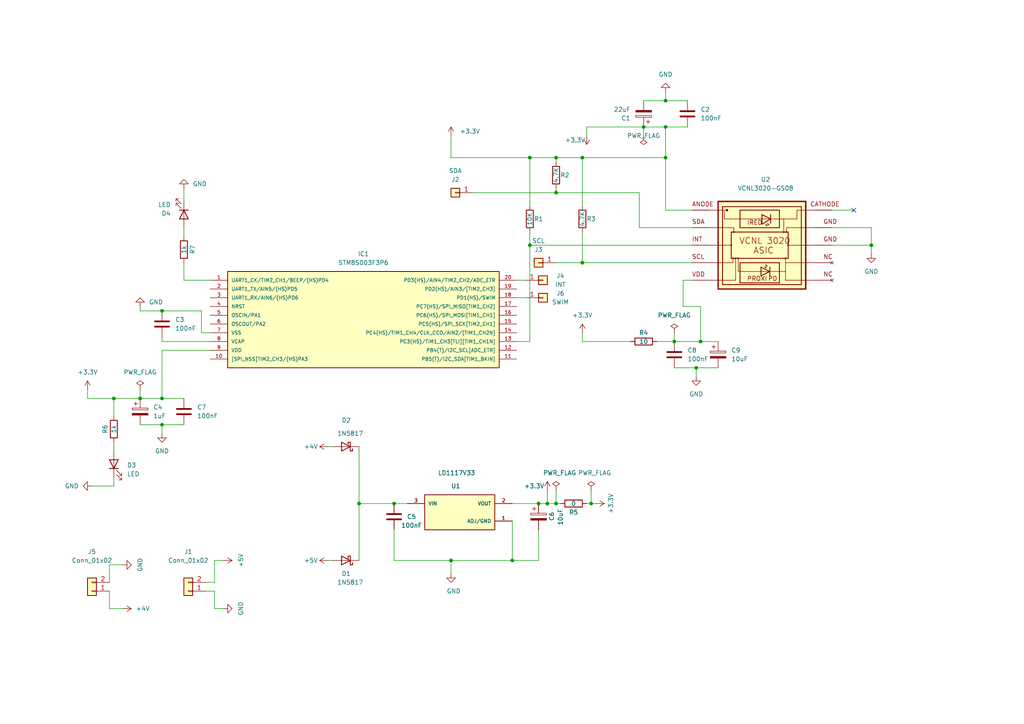
<source format=kicad_sch>
(kicad_sch (version 20211123) (generator eeschema)
  (paper "A4")
  (lib_symbols
    (symbol "Connector_Generic:Conn_01x01" (pin_names (offset 1.016) hide)
      (property "Reference" "J" (at 0 2.54 0))
      (property "Value" "Conn_01x01" (at 0 -2.54 0))
      (symbol "Conn_01x01_1_1"
        (rectangle (start -1.27 0.127) (end 0 -0.127) (stroke (width 0.1524)))
        (rectangle (start -1.27 1.27) (end 1.27 -1.27) (stroke (width 0.254)) (fill (type background)))
        (pin passive line (at -5.08 0 0) (length 3.81) (name "Pin_1") (number "1"))
      )
    )
    (symbol "Connector_Generic:Conn_01x02" (pin_names (offset 1.016) hide)
      (property "Reference" "J" (at 0 2.54 0))
      (property "Value" "Conn_01x02" (at 0 -5.08 0))
      (symbol "Conn_01x02_1_1"
        (rectangle (start -1.27 -2.413) (end 0 -2.667) (stroke (width 0.1524)))
        (rectangle (start -1.27 0.127) (end 0 -0.127) (stroke (width 0.1524)))
        (rectangle (start -1.27 1.27) (end 1.27 -3.81) (stroke (width 0.254)) (fill (type background)))
        (pin passive line (at -5.08 0 0) (length 3.81) (name "Pin_1") (number "1"))
        (pin passive line (at -5.08 -2.54 0) (length 3.81) (name "Pin_2") (number "2"))
      )
    )
    (symbol "Device:C" (pin_numbers hide) (pin_names (offset 0.254))
      (property "Reference" "C" (at 0.635 2.54 0))
      (property "Value" "C" (at 0.635 -2.54 0))
      (symbol "C_0_1"
        (polyline (pts (xy -2.032 -0.762) (xy 2.032 -0.762)) (stroke (width 0.508)))
        (polyline (pts (xy -2.032 0.762) (xy 2.032 0.762)) (stroke (width 0.508)))
      )
      (symbol "C_1_1"
        (pin passive line (at 0 3.81 270) (length 2.794) (name "~") (number "1"))
        (pin passive line (at 0 -3.81 90) (length 2.794) (name "~") (number "2"))
      )
    )
    (symbol "Device:C_Polarized" (pin_numbers hide) (pin_names (offset 0.254))
      (property "Reference" "C" (at 0.635 2.54 0))
      (property "Value" "C_Polarized" (at 0.635 -2.54 0))
      (symbol "C_Polarized_0_1"
        (rectangle (start -2.286 0.508) (end 2.286 1.016))
        (polyline (pts (xy -1.778 2.286) (xy -0.762 2.286)))
        (polyline (pts (xy -1.27 2.794) (xy -1.27 1.778)))
        (rectangle (start 2.286 -0.508) (end -2.286 -1.016) (fill (type outline)))
      )
      (symbol "C_Polarized_1_1"
        (pin passive line (at 0 3.81 270) (length 2.794) (name "~") (number "1"))
        (pin passive line (at 0 -3.81 90) (length 2.794) (name "~") (number "2"))
      )
    )
    (symbol "Device:LED" (pin_numbers hide) (pin_names (offset 1.016) hide)
      (property "Reference" "D" (at 0 2.54 0))
      (property "Value" "LED" (at 0 -2.54 0))
      (symbol "LED_0_1"
        (polyline (pts (xy -1.27 -1.27) (xy -1.27 1.27)) (stroke (width 0.254)))
        (polyline (pts (xy -1.27 0) (xy 1.27 0)))
        (polyline (pts (xy 1.27 -1.27) (xy 1.27 1.27) (xy -1.27 0) (xy 1.27 -1.27)) (stroke (width 0.254)))
        (polyline (pts (xy -3.048 -0.762) (xy -4.572 -2.286) (xy -3.81 -2.286) (xy -4.572 -2.286) (xy -4.572 -1.524)))
        (polyline (pts (xy -1.778 -0.762) (xy -3.302 -2.286) (xy -2.54 -2.286) (xy -3.302 -2.286) (xy -3.302 -1.524)))
      )
      (symbol "LED_1_1"
        (pin passive line (at -3.81 0 0) (length 2.54) (name "K") (number "1"))
        (pin passive line (at 3.81 0 180) (length 2.54) (name "A") (number "2"))
      )
    )
    (symbol "Device:R" (pin_numbers hide) (pin_names (offset 0))
      (property "Reference" "R" (at 2.032 0 90))
      (property "Value" "R" (at 0 0 90))
      (symbol "R_0_1"
        (rectangle (start -1.016 -2.54) (end 1.016 2.54) (stroke (width 0.254)))
      )
      (symbol "R_1_1"
        (pin passive line (at 0 3.81 270) (length 1.27) (name "~") (number "1"))
        (pin passive line (at 0 -3.81 90) (length 1.27) (name "~") (number "2"))
      )
    )
    (symbol "Diode:1N5817" (pin_numbers hide) (pin_names (offset 1.016) hide)
      (property "Reference" "D" (at 0 2.54 0))
      (property "Value" "1N5817" (at 0 -2.54 0))
      (symbol "1N5817_0_1"
        (polyline (pts (xy 1.27 0) (xy -1.27 0)))
        (polyline (pts (xy 1.27 1.27) (xy 1.27 -1.27) (xy -1.27 0) (xy 1.27 1.27)) (stroke (width 0.254)))
        (polyline (pts (xy -1.905 0.635) (xy -1.905 1.27) (xy -1.27 1.27) (xy -1.27 -1.27) (xy -0.635 -1.27) (xy -0.635 -0.635)) (stroke (width 0.254)))
      )
      (symbol "1N5817_1_1"
        (pin passive line (at -3.81 0 0) (length 2.54) (name "K") (number "1"))
        (pin passive line (at 3.81 0 180) (length 2.54) (name "A") (number "2"))
      )
    )
    (symbol "LD1117V33:LD1117V33" (pin_names (offset 1.016))
      (property "Reference" "U" (at -10.16 5.842 0))
      (property "Value" "LD1117V33" (at -10.16 -7.62 0))
      (symbol "LD1117V33_0_0"
        (rectangle (start -10.16 -5.08) (end 10.16 5.08) (stroke (width 0.254)) (fill (type background)))
        (pin passive line (at 15.24 -2.54 180) (length 5.08) (name "ADJ/GND") (number "1"))
        (pin output line (at 15.24 2.54 180) (length 5.08) (name "VOUT") (number "2"))
        (pin input line (at -15.24 2.54 0) (length 5.08) (name "VIN") (number "3"))
      )
    )
    (symbol "STM8S003F3P6:STM8S003F3P6" (pin_names (offset 1.016))
      (property "Reference" "IC" (at -25.4 10.16 0))
      (property "Value" "STM8S003F3P6" (at -7.62 10.1854 0))
      (symbol "STM8S003F3P6_0_0"
        (rectangle (start -27.94 -17.78) (end 50.8 10.16) (stroke (width 0.254)) (fill (type background)))
        (pin bidirectional line (at -33.02 7.62 0) (length 5.08) (name "UART1_CK/TIM2_CH1/BEEP/(HS)PD4") (number "1"))
        (pin bidirectional line (at -33.02 -15.24 0) (length 5.08) (name "[SPI_NSS]TIM2_CH3/(HS)PA3") (number "10"))
        (pin bidirectional line (at 55.88 -15.24 180) (length 5.08) (name "PB5(T)/I2C_SDA[TIM1_BKIN]") (number "11"))
        (pin bidirectional line (at 55.88 -12.7 180) (length 5.08) (name "PB4(T)/I2C_SCL[ADC_ETR]") (number "12"))
        (pin bidirectional line (at 55.88 -10.16 180) (length 5.08) (name "PC3(HS)/TIM1_CH3[TLI][TIM1_CH1N]") (number "13"))
        (pin bidirectional line (at 55.88 -7.62 180) (length 5.08) (name "PC4(HS)/TIM1_CH4/CLK_CCO/AIN2/[TIM1_CH2N]") (number "14"))
        (pin bidirectional line (at 55.88 -5.08 180) (length 5.08) (name "PC5(HS)/SPI_SCK[TIM2_CH1]") (number "15"))
        (pin bidirectional line (at 55.88 -2.54 180) (length 5.08) (name "PC6(HS)/SPI_MOSI[TIM1_CH1]") (number "16"))
        (pin bidirectional line (at 55.88 0 180) (length 5.08) (name "PC7(HS)/SPI_MISO[TIM1_CH2]") (number "17"))
        (pin bidirectional line (at 55.88 2.54 180) (length 5.08) (name "PD1(HS)/SWIM") (number "18"))
        (pin bidirectional line (at 55.88 5.08 180) (length 5.08) (name "PD2(HS)/AIN3/[TIM2_CH3]") (number "19"))
        (pin bidirectional line (at -33.02 5.08 0) (length 5.08) (name "UART1_TX/AIN5/(HS)PD5") (number "2"))
        (pin bidirectional line (at 55.88 7.62 180) (length 5.08) (name "PD3(HS)/AIN4/TIM2_CH2/ADC_ETR") (number "20"))
        (pin bidirectional line (at -33.02 2.54 0) (length 5.08) (name "UART1_RX/AIN6/(HS)PD6") (number "3"))
        (pin bidirectional line (at -33.02 0 0) (length 5.08) (name "NRST") (number "4"))
        (pin bidirectional line (at -33.02 -2.54 0) (length 5.08) (name "OSCIN/PA1") (number "5"))
        (pin bidirectional line (at -33.02 -5.08 0) (length 5.08) (name "OSCOUT/PA2") (number "6"))
        (pin bidirectional line (at -33.02 -7.62 0) (length 5.08) (name "VSS") (number "7"))
        (pin bidirectional line (at -33.02 -10.16 0) (length 5.08) (name "VCAP") (number "8"))
        (pin bidirectional line (at -33.02 -12.7 0) (length 5.08) (name "VDD") (number "9"))
      )
    )
    (symbol "VCNL3020-GS08:VCNL3020-GS08" (pin_numbers hide) (pin_names (offset 1.016) hide)
      (property "Reference" "U" (at -12.7 13.462 0))
      (property "Value" "VCNL3020-GS08" (at -12.7 -15.24 0))
      (symbol "VCNL3020-GS08_0_0"
        (rectangle (start -12.7 -12.7) (end 12.7 12.7) (stroke (width 0.4064)) (fill (type background)))
        (circle (center -10.16 10.16) (radius 0.127) (stroke (width 0.254)))
        (circle (center -10.16 10.16) (radius 0.254) (stroke (width 0.254)))
        (circle (center -8.89 0) (radius 0.127) (stroke (width 0.254)))
        (circle (center -8.382 -3.81) (radius 0.127) (stroke (width 0.254)))
        (circle (center -8.128 3.81) (radius 0.127) (stroke (width 0.254)))
        (circle (center -7.62 -3.81) (radius 0.127) (stroke (width 0.254)))
        (circle (center -6.858 -3.81) (radius 0.127) (stroke (width 0.254)))
        (polyline (pts (xy -11.43 -11.43) (xy -11.43 11.176)) (stroke (width 0.254)))
        (polyline (pts (xy -11.43 11.176) (xy 11.43 11.176)) (stroke (width 0.254)))
        (polyline (pts (xy -10.922 7.62) (xy 6.35 7.62)) (stroke (width 0.1524)))
        (polyline (pts (xy -10.922 10.16) (xy -20.32 10.16)) (stroke (width 0.1524)))
        (polyline (pts (xy -10.922 10.16) (xy -10.922 7.62)) (stroke (width 0.1524)))
        (polyline (pts (xy -8.89 -3.81) (xy -8.89 0)) (stroke (width 0.254)))
        (polyline (pts (xy -8.89 -3.81) (xy -8.382 -3.81)) (stroke (width 0.254)))
        (polyline (pts (xy -8.89 0) (xy -20.32 0)) (stroke (width 0.1524)))
        (polyline (pts (xy -8.89 0) (xy -8.89 3.81)) (stroke (width 0.254)))
        (polyline (pts (xy -8.382 -5.08) (xy -20.32 -5.08)) (stroke (width 0.1524)))
        (polyline (pts (xy -8.382 -5.08) (xy -8.382 -3.81)) (stroke (width 0.1524)))
        (polyline (pts (xy -8.382 -3.81) (xy -7.62 -3.81)) (stroke (width 0.254)))
        (polyline (pts (xy -8.128 3.81) (xy -8.89 3.81)) (stroke (width 0.254)))
        (polyline (pts (xy -8.128 5.08) (xy -20.32 5.08)) (stroke (width 0.1524)))
        (polyline (pts (xy -8.128 5.08) (xy -8.128 3.81)) (stroke (width 0.1524)))
        (polyline (pts (xy -7.62 -10.16) (xy -20.32 -10.16)) (stroke (width 0.1524)))
        (polyline (pts (xy -7.62 -10.16) (xy -7.62 -3.81)) (stroke (width 0.1524)))
        (polyline (pts (xy -7.62 -3.81) (xy -6.858 -3.81)) (stroke (width 0.254)))
        (polyline (pts (xy -6.858 -7.62) (xy 6.858 -7.62)) (stroke (width 0.1524)))
        (polyline (pts (xy -6.858 -3.81) (xy -6.858 -7.62)) (stroke (width 0.1524)))
        (polyline (pts (xy -6.858 -3.81) (xy 6.858 -3.81)) (stroke (width 0.254)))
        (polyline (pts (xy -6.35 -10.922) (xy -6.35 -5.08)) (stroke (width 0.254)))
        (polyline (pts (xy -6.35 -5.08) (xy 5.08 -5.08)) (stroke (width 0.254)))
        (polyline (pts (xy -6.35 5.08) (xy 5.08 5.08)) (stroke (width 0.254)))
        (polyline (pts (xy -6.35 10.16) (xy -6.35 5.08)) (stroke (width 0.254)))
        (polyline (pts (xy -0.254 -8.89) (xy 2.286 -7.62)) (stroke (width 0.254)))
        (polyline (pts (xy -0.254 -6.35) (xy -0.254 -8.89)) (stroke (width 0.254)))
        (polyline (pts (xy 0 6.096) (xy 2.54 7.62)) (stroke (width 0.254)))
        (polyline (pts (xy 0 8.89) (xy 0 6.096)) (stroke (width 0.254)))
        (polyline (pts (xy 0.762 -6.096) (xy 1.27 -6.604)) (stroke (width 0.127)))
        (polyline (pts (xy 0.889 -6.4516) (xy 1.27 -6.604)) (stroke (width 0.127)))
        (polyline (pts (xy 1.016 -5.588) (xy 1.524 -6.096)) (stroke (width 0.127)))
        (polyline (pts (xy 1.016 6.096) (xy 1.524 5.588)) (stroke (width 0.127)))
        (polyline (pts (xy 1.1176 -6.2484) (xy 0.889 -6.4516)) (stroke (width 0.127)))
        (polyline (pts (xy 1.143 -5.9436) (xy 1.524 -6.096)) (stroke (width 0.127)))
        (polyline (pts (xy 1.1684 5.7404) (xy 1.3716 5.969)) (stroke (width 0.127)))
        (polyline (pts (xy 1.27 -6.604) (xy 1.1176 -6.2484)) (stroke (width 0.127)))
        (polyline (pts (xy 1.3716 -5.7404) (xy 1.143 -5.9436)) (stroke (width 0.127)))
        (polyline (pts (xy 1.3716 5.969) (xy 1.524 5.588)) (stroke (width 0.127)))
        (polyline (pts (xy 1.524 -6.096) (xy 1.3716 -5.7404)) (stroke (width 0.127)))
        (polyline (pts (xy 1.524 5.588) (xy 1.1684 5.7404)) (stroke (width 0.127)))
        (polyline (pts (xy 1.524 6.35) (xy 2.032 5.842)) (stroke (width 0.127)))
        (polyline (pts (xy 1.6764 5.9944) (xy 1.8796 6.223)) (stroke (width 0.127)))
        (polyline (pts (xy 1.8796 6.223) (xy 2.032 5.842)) (stroke (width 0.127)))
        (polyline (pts (xy 2.032 5.842) (xy 1.6764 5.9944)) (stroke (width 0.127)))
        (polyline (pts (xy 2.286 -8.89) (xy 2.286 -7.62)) (stroke (width 0.254)))
        (polyline (pts (xy 2.286 -7.62) (xy -0.254 -6.35)) (stroke (width 0.254)))
        (polyline (pts (xy 2.286 -7.62) (xy 2.286 -6.35)) (stroke (width 0.254)))
        (polyline (pts (xy 2.54 7.62) (xy 0 8.89)) (stroke (width 0.254)))
        (polyline (pts (xy 2.54 7.62) (xy 2.54 6.35)) (stroke (width 0.254)))
        (polyline (pts (xy 2.54 7.62) (xy 2.54 8.89)) (stroke (width 0.254)))
        (polyline (pts (xy 5.08 -10.922) (xy -6.35 -10.922)) (stroke (width 0.254)))
        (polyline (pts (xy 5.08 -5.08) (xy 5.08 -10.922)) (stroke (width 0.254)))
        (polyline (pts (xy 5.08 5.08) (xy 5.08 10.16)) (stroke (width 0.254)))
        (polyline (pts (xy 5.08 10.16) (xy -6.35 10.16)) (stroke (width 0.254)))
        (polyline (pts (xy 6.35 3.81) (xy -8.128 3.81)) (stroke (width 0.254)))
        (polyline (pts (xy 6.35 7.62) (xy 6.35 3.81)) (stroke (width 0.1524)))
        (polyline (pts (xy 6.35 7.62) (xy 10.16 7.62)) (stroke (width 0.1524)))
        (polyline (pts (xy 6.858 -10.16) (xy 6.858 -7.62)) (stroke (width 0.1524)))
        (polyline (pts (xy 6.858 -7.62) (xy 6.858 -5.08)) (stroke (width 0.1524)))
        (polyline (pts (xy 6.858 -3.81) (xy 6.858 -5.08)) (stroke (width 0.1524)))
        (polyline (pts (xy 6.858 -3.81) (xy 7.62 -3.81)) (stroke (width 0.254)))
        (polyline (pts (xy 7.112 3.81) (xy 6.35 3.81)) (stroke (width 0.254)))
        (polyline (pts (xy 7.112 3.81) (xy 7.112 5.08)) (stroke (width 0.1524)))
        (polyline (pts (xy 7.62 -3.81) (xy 7.62 0)) (stroke (width 0.254)))
        (polyline (pts (xy 7.62 0) (xy 7.62 3.81)) (stroke (width 0.254)))
        (polyline (pts (xy 7.62 0) (xy 12.7 0)) (stroke (width 0.1524)))
        (polyline (pts (xy 7.62 3.81) (xy 7.112 3.81)) (stroke (width 0.254)))
        (polyline (pts (xy 10.16 7.62) (xy 10.16 10.16)) (stroke (width 0.1524)))
        (polyline (pts (xy 10.16 10.16) (xy 12.7 10.16)) (stroke (width 0.1524)))
        (polyline (pts (xy 11.43 -11.43) (xy -11.43 -11.43)) (stroke (width 0.254)))
        (polyline (pts (xy 11.43 11.176) (xy 11.43 -11.43)) (stroke (width 0.254)))
        (polyline (pts (xy 12.7 -10.16) (xy 6.858 -10.16)) (stroke (width 0.1524)))
        (polyline (pts (xy 12.7 -10.16) (xy 12.7 -12.7)) (stroke (width 0.4064)))
        (polyline (pts (xy 12.7 -10.16) (xy 20.32 -10.16)) (stroke (width 0.1524)))
        (polyline (pts (xy 12.7 -5.08) (xy 6.858 -5.08)) (stroke (width 0.1524)))
        (polyline (pts (xy 12.7 -5.08) (xy 12.7 -10.16)) (stroke (width 0.4064)))
        (polyline (pts (xy 12.7 -5.08) (xy 20.32 -5.08)) (stroke (width 0.1524)))
        (polyline (pts (xy 12.7 0) (xy 12.7 -5.08)) (stroke (width 0.4064)))
        (polyline (pts (xy 12.7 0) (xy 20.32 0)) (stroke (width 0.1524)))
        (polyline (pts (xy 12.7 5.08) (xy 7.112 5.08)) (stroke (width 0.1524)))
        (polyline (pts (xy 12.7 5.08) (xy 12.7 0)) (stroke (width 0.4064)))
        (polyline (pts (xy 12.7 10.16) (xy 12.7 5.08)) (stroke (width 0.4064)))
        (polyline (pts (xy 12.7 12.7) (xy 12.7 10.16)) (stroke (width 0.4064)))
        (polyline (pts (xy 20.32 5.08) (xy 12.7 5.08)) (stroke (width 0.1524)))
        (polyline (pts (xy 20.32 10.16) (xy 12.7 10.16)) (stroke (width 0.1524)))
        (circle (center 6.35 3.81) (radius 0.127) (stroke (width 0.254)))
        (circle (center 6.858 -3.81) (radius 0.127) (stroke (width 0.254)))
        (circle (center 7.112 3.81) (radius 0.127) (stroke (width 0.254)))
        (circle (center 7.62 0) (radius 0.127) (stroke (width 0.254)))
        (text "ANODE" (at -20.32 11.176 0) (effects (font (size 1.27 1.27)) (justify left bottom)))
        (text "ASIC" (at -2.54 -2.54 0) (effects (font (size 1.778 1.778)) (justify left bottom)))
        (text "CATHODE" (at 13.97 11.176 0) (effects (font (size 1.27 1.27)) (justify left bottom)))
        (text "GND" (at 17.78 1.016 0) (effects (font (size 1.27 1.27)) (justify left bottom)))
        (text "GND" (at 17.78 6.096 0) (effects (font (size 1.27 1.27)) (justify left bottom)))
        (text "INT" (at -20.32 1.016 0) (effects (font (size 1.27 1.27)) (justify left bottom)))
        (text "IRED" (at -4.318 5.842 0) (effects (font (size 1.27 1.27)) (justify left bottom)))
        (text "NC" (at 17.78 -9.144 0) (effects (font (size 1.27 1.27)) (justify left bottom)))
        (text "NC" (at 17.78 -4.064 0) (effects (font (size 1.27 1.27)) (justify left bottom)))
        (text "PD" (at 1.778 -10.414 0) (effects (font (size 1.27 1.27)) (justify left bottom)))
        (text "PROXI" (at -4.318 -10.414 0) (effects (font (size 1.27 1.27)) (justify left bottom)))
        (text "SCL" (at -20.32 -4.064 0) (effects (font (size 1.27 1.27)) (justify left bottom)))
        (text "SDA" (at -20.32 6.096 0) (effects (font (size 1.27 1.27)) (justify left bottom)))
        (text "VCNL 3020" (at -6.604 0.254 0) (effects (font (size 1.778 1.778)) (justify left bottom)))
        (text "VDD" (at -20.32 -9.144 0) (effects (font (size 1.27 1.27)) (justify left bottom)))
        (pin passive line (at -20.32 10.16 0) (length 5.08) (name "~") (number "1"))
        (pin passive line (at 20.32 10.16 180) (length 5.08) (name "~") (number "10"))
        (pin bidirectional line (at -20.32 5.08 0) (length 5.08) (name "~") (number "2"))
        (pin output line (at -20.32 0 0) (length 5.08) (name "~") (number "3"))
        (pin input line (at -20.32 -5.08 0) (length 5.08) (name "~") (number "4"))
        (pin power_in line (at -20.32 -10.16 0) (length 5.08) (name "~") (number "5"))
        (pin no_connect line (at 20.32 -10.16 180) (length 5.08) (name "~") (number "6"))
        (pin no_connect line (at 20.32 -5.08 180) (length 5.08) (name "~") (number "7"))
        (pin power_in line (at 20.32 0 180) (length 5.08) (name "~") (number "8"))
        (pin power_in line (at 20.32 5.08 180) (length 5.08) (name "~") (number "9"))
      )
    )
    (symbol "power:+3.3V" (power) (pin_names (offset 0))
      (property "Value" "+3.3V" (at 0 3.556 0))
      (symbol "+3.3V_0_1"
        (polyline (pts (xy -0.762 1.27) (xy 0 2.54)))
        (polyline (pts (xy 0 0) (xy 0 2.54)))
        (polyline (pts (xy 0 2.54) (xy 0.762 1.27)))
      )
      (symbol "+3.3V_1_1"
        (pin power_in line (at 0 0 90) (length 0) hide (name "+3.3V") (number "1"))
      )
    )
    (symbol "power:+4V" (power) (pin_names (offset 0))
      (property "Value" "+4V" (at 0 3.556 0))
      (symbol "+4V_0_1"
        (polyline (pts (xy -0.762 1.27) (xy 0 2.54)))
        (polyline (pts (xy 0 0) (xy 0 2.54)))
        (polyline (pts (xy 0 2.54) (xy 0.762 1.27)))
      )
      (symbol "+4V_1_1"
        (pin power_in line (at 0 0 90) (length 0) hide (name "+4V") (number "1"))
      )
    )
    (symbol "power:+5V" (power) (pin_names (offset 0))
      (property "Value" "+5V" (at 0 3.556 0))
      (symbol "+5V_0_1"
        (polyline (pts (xy -0.762 1.27) (xy 0 2.54)))
        (polyline (pts (xy 0 0) (xy 0 2.54)))
        (polyline (pts (xy 0 2.54) (xy 0.762 1.27)))
      )
      (symbol "+5V_1_1"
        (pin power_in line (at 0 0 90) (length 0) hide (name "+5V") (number "1"))
      )
    )
    (symbol "power:GND" (power) (pin_names (offset 0))
      (property "Value" "GND" (at 0 -3.81 0))
      (symbol "GND_0_1"
        (polyline (pts (xy 0 0) (xy 0 -1.27) (xy 1.27 -1.27) (xy 0 -2.54) (xy -1.27 -1.27) (xy 0 -1.27)))
      )
      (symbol "GND_1_1"
        (pin power_in line (at 0 0 270) (length 0) hide (name "GND") (number "1"))
      )
    )
    (symbol "power:PWR_FLAG" (power) (pin_numbers hide) (pin_names (offset 0) hide)
      (property "Value" "PWR_FLAG" (at 0 3.81 0))
      (symbol "PWR_FLAG_0_0"
        (pin power_out line (at 0 0 90) (length 0) (name "pwr") (number "1"))
      )
      (symbol "PWR_FLAG_0_1"
        (polyline (pts (xy 0 0) (xy 0 1.27) (xy -1.016 1.905) (xy 0 2.54) (xy 1.016 1.905) (xy 0 1.27)))
      )
    )
  )
  (junction (at 156.21 146.05))
  (junction (at 33.02 115.57))
  (junction (at 114.3 146.05))
  (junction (at 46.99 123.19))
  (junction (at 104.14 146.05))
  (junction (at 153.67 45.72))
  (junction (at 161.29 45.72))
  (junction (at 193.04 29.21))
  (junction (at 195.58 99.06))
  (junction (at 161.29 146.05))
  (junction (at 130.81 162.56))
  (junction (at 46.99 90.17))
  (junction (at 153.67 71.12))
  (junction (at 168.91 76.2))
  (junction (at 40.64 115.57))
  (junction (at 252.73 71.12))
  (junction (at 193.04 45.72))
  (junction (at 46.99 115.57))
  (junction (at 203.2 99.06))
  (junction (at 201.93 106.68))
  (junction (at 148.59 162.56))
  (junction (at 193.04 36.83))
  (junction (at 171.45 146.05))
  (junction (at 158.75 146.05))
  (junction (at 161.29 55.88))
  (junction (at 168.91 45.72))
  (junction (at 186.69 36.83))
  (no_connect (at 247.65 60.96))
  (wire (pts (xy 59.69 171.45) (xy 62.23 171.45)))
  (wire (pts (xy 104.14 162.56) (xy 104.14 146.05)))
  (wire (pts (xy 193.04 36.83) (xy 193.04 45.72)))
  (wire (pts (xy 195.58 106.68) (xy 201.93 106.68)))
  (wire (pts (xy 168.91 45.72) (xy 168.91 59.69)))
  (wire (pts (xy 62.23 168.91) (xy 62.23 162.56)))
  (wire (pts (xy 62.23 162.56) (xy 64.77 162.56)))
  (wire (pts (xy 114.3 153.67) (xy 114.3 162.56)))
  (wire (pts (xy 201.93 106.68) (xy 208.28 106.68)))
  (wire (pts (xy 104.14 146.05) (xy 104.14 129.54)))
  (wire (pts (xy 46.99 115.57) (xy 53.34 115.57)))
  (wire (pts (xy 241.3 71.12) (xy 252.73 71.12)))
  (wire (pts (xy 200.66 81.28) (xy 198.12 81.28)))
  (wire (pts (xy 62.23 176.53) (xy 64.77 176.53)))
  (wire (pts (xy 153.67 45.72) (xy 153.67 59.69)))
  (wire (pts (xy 168.91 99.06) (xy 182.88 99.06)))
  (wire (pts (xy 33.02 140.97) (xy 26.67 140.97)))
  (wire (pts (xy 95.25 162.56) (xy 96.52 162.56)))
  (wire (pts (xy 130.81 39.37) (xy 130.81 45.72)))
  (wire (pts (xy 168.91 45.72) (xy 193.04 45.72)))
  (wire (pts (xy 53.34 54.61) (xy 53.34 58.42)))
  (wire (pts (xy 130.81 162.56) (xy 148.59 162.56)))
  (wire (pts (xy 153.67 45.72) (xy 161.29 45.72)))
  (wire (pts (xy 53.34 76.2) (xy 53.34 81.28)))
  (wire (pts (xy 170.18 146.05) (xy 171.45 146.05)))
  (wire (pts (xy 149.86 86.36) (xy 152.4 86.36)))
  (wire (pts (xy 31.75 168.91) (xy 31.75 163.83)))
  (wire (pts (xy 130.81 166.37) (xy 130.81 162.56)))
  (wire (pts (xy 33.02 128.27) (xy 33.02 130.81)))
  (wire (pts (xy 193.04 29.21) (xy 193.04 26.67)))
  (wire (pts (xy 153.67 71.12) (xy 153.67 99.06)))
  (wire (pts (xy 185.42 55.88) (xy 185.42 66.04)))
  (wire (pts (xy 40.64 90.17) (xy 46.99 90.17)))
  (wire (pts (xy 193.04 29.21) (xy 199.39 29.21)))
  (wire (pts (xy 161.29 45.72) (xy 161.29 46.99)))
  (wire (pts (xy 58.42 96.52) (xy 60.96 96.52)))
  (wire (pts (xy 156.21 146.05) (xy 158.75 146.05)))
  (wire (pts (xy 149.86 81.28) (xy 152.4 81.28)))
  (wire (pts (xy 33.02 138.43) (xy 33.02 140.97)))
  (wire (pts (xy 161.29 146.05) (xy 161.29 142.24)))
  (wire (pts (xy 161.29 54.61) (xy 161.29 55.88)))
  (wire (pts (xy 104.14 146.05) (xy 114.3 146.05)))
  (wire (pts (xy 186.69 29.21) (xy 193.04 29.21)))
  (wire (pts (xy 158.75 146.05) (xy 161.29 146.05)))
  (wire (pts (xy 40.64 123.19) (xy 46.99 123.19)))
  (wire (pts (xy 130.81 45.72) (xy 153.67 45.72)))
  (wire (pts (xy 252.73 71.12) (xy 252.73 73.66)))
  (wire (pts (xy 153.67 67.31) (xy 153.67 71.12)))
  (wire (pts (xy 46.99 123.19) (xy 53.34 123.19)))
  (wire (pts (xy 193.04 36.83) (xy 199.39 36.83)))
  (wire (pts (xy 171.45 146.05) (xy 172.72 146.05)))
  (wire (pts (xy 60.96 81.28) (xy 53.34 81.28)))
  (wire (pts (xy 33.02 115.57) (xy 33.02 120.65)))
  (wire (pts (xy 40.64 115.57) (xy 46.99 115.57)))
  (wire (pts (xy 95.25 129.54) (xy 96.52 129.54)))
  (wire (pts (xy 46.99 97.79) (xy 46.99 99.06)))
  (wire (pts (xy 148.59 162.56) (xy 156.21 162.56)))
  (wire (pts (xy 46.99 90.17) (xy 58.42 90.17)))
  (wire (pts (xy 168.91 99.06) (xy 168.91 96.52)))
  (wire (pts (xy 60.96 101.6) (xy 46.99 101.6)))
  (wire (pts (xy 252.73 66.04) (xy 252.73 71.12)))
  (wire (pts (xy 46.99 99.06) (xy 60.96 99.06)))
  (wire (pts (xy 193.04 45.72) (xy 193.04 60.96)))
  (wire (pts (xy 186.69 36.83) (xy 193.04 36.83)))
  (wire (pts (xy 148.59 146.05) (xy 156.21 146.05)))
  (wire (pts (xy 25.4 113.03) (xy 25.4 115.57)))
  (wire (pts (xy 53.34 68.58) (xy 53.34 66.04)))
  (wire (pts (xy 195.58 99.06) (xy 203.2 99.06)))
  (wire (pts (xy 59.69 168.91) (xy 62.23 168.91)))
  (wire (pts (xy 33.02 115.57) (xy 40.64 115.57)))
  (wire (pts (xy 161.29 146.05) (xy 162.56 146.05)))
  (wire (pts (xy 170.18 39.37) (xy 170.18 36.83)))
  (wire (pts (xy 156.21 162.56) (xy 156.21 153.67)))
  (wire (pts (xy 25.4 115.57) (xy 33.02 115.57)))
  (wire (pts (xy 203.2 88.9) (xy 203.2 99.06)))
  (wire (pts (xy 168.91 67.31) (xy 168.91 76.2)))
  (wire (pts (xy 186.69 39.37) (xy 186.69 36.83)))
  (wire (pts (xy 31.75 176.53) (xy 35.56 176.53)))
  (wire (pts (xy 203.2 99.06) (xy 208.28 99.06)))
  (wire (pts (xy 198.12 81.28) (xy 198.12 88.9)))
  (wire (pts (xy 171.45 146.05) (xy 171.45 142.24)))
  (wire (pts (xy 153.67 71.12) (xy 200.66 71.12)))
  (wire (pts (xy 198.12 88.9) (xy 203.2 88.9)))
  (wire (pts (xy 46.99 123.19) (xy 46.99 125.73)))
  (wire (pts (xy 168.91 76.2) (xy 200.66 76.2)))
  (wire (pts (xy 114.3 146.05) (xy 118.11 146.05)))
  (wire (pts (xy 190.5 99.06) (xy 195.58 99.06)))
  (wire (pts (xy 149.86 99.06) (xy 153.67 99.06)))
  (wire (pts (xy 170.18 36.83) (xy 186.69 36.83)))
  (wire (pts (xy 137.16 55.88) (xy 161.29 55.88)))
  (wire (pts (xy 58.42 90.17) (xy 58.42 96.52)))
  (wire (pts (xy 46.99 101.6) (xy 46.99 115.57)))
  (wire (pts (xy 195.58 96.52) (xy 195.58 99.06)))
  (wire (pts (xy 31.75 171.45) (xy 31.75 176.53)))
  (wire (pts (xy 200.66 60.96) (xy 193.04 60.96)))
  (wire (pts (xy 161.29 55.88) (xy 185.42 55.88)))
  (wire (pts (xy 241.3 60.96) (xy 247.65 60.96)))
  (wire (pts (xy 201.93 106.68) (xy 201.93 109.22)))
  (wire (pts (xy 148.59 151.13) (xy 148.59 162.56)))
  (wire (pts (xy 241.3 66.04) (xy 252.73 66.04)))
  (wire (pts (xy 161.29 76.2) (xy 168.91 76.2)))
  (wire (pts (xy 40.64 90.17) (xy 40.64 88.9)))
  (wire (pts (xy 40.64 113.03) (xy 40.64 115.57)))
  (wire (pts (xy 158.75 142.24) (xy 158.75 146.05)))
  (wire (pts (xy 114.3 162.56) (xy 130.81 162.56)))
  (wire (pts (xy 185.42 66.04) (xy 200.66 66.04)))
  (wire (pts (xy 31.75 163.83) (xy 35.56 163.83)))
  (wire (pts (xy 161.29 45.72) (xy 168.91 45.72)))
  (wire (pts (xy 62.23 171.45) (xy 62.23 176.53)))
  (symbol (lib_id "Device:C_Polarized") (at 40.64 119.38 0) (unit 1)
    (property "Reference" "C4" (at 44.45 118.11 0) (effects (justify left)))
    (property "Value" "1uF" (at 44.45 120.65 0) (effects (justify left)))
    (property "Footprint" "Capacitor_THT:CP_Radial_D5.0mm_P2.50mm" (effects hide))
  )
  (symbol (lib_id "Device:R") (at 161.29 50.8 0) (unit 1)
    (property "Reference" "R2" (at 163.83 50.8 0))
    (property "Value" "4.7K" (at 161.29 50.8 90))
    (property "Footprint" "Resistor_THT:R_Axial_DIN0207_L6.3mm_D2.5mm_P10.16mm_Horizontal" (effects hide))
  )
  (symbol (lib_id "Device:C_Polarized") (at 208.28 102.87 0) (unit 1)
    (property "Reference" "C9" (at 212.09 101.6 0) (effects (justify left)))
    (property "Value" "10uF" (at 212.09 104.14 0) (effects (justify left)))
    (property "Footprint" "Capacitor_THT:CP_Radial_D5.0mm_P2.50mm" (effects hide))
  )
  (symbol (lib_id "power:+3.3V") (at 168.91 96.52 0) (unit 1)
    (property "Reference" "#PWR0101" (effects hide))
    (property "Value" "+3.3V" (at 168.91 91.44 0))
  )
  (symbol (lib_id "power:+3.3V") (at 172.72 146.05 270) (unit 1)
    (property "Reference" "#PWR0110" (effects hide))
    (property "Value" "+3.3V" (at 177.165 146.05 0))
  )
  (symbol (lib_id "power:GND") (at 40.64 88.9 180) (unit 1)
    (property "Reference" "#PWR0106" (effects hide))
    (property "Value" "GND" (at 43.18 87.6299 0) (effects (justify right)))
  )
  (symbol (lib_id "power:+3.3V") (at 25.4 113.03 0) (unit 1)
    (property "Reference" "#PWR0114" (effects hide))
    (property "Value" "+3.3V" (at 25.4 107.95 0))
  )
  (symbol (lib_id "Device:LED") (at 53.34 62.23 270) (unit 1)
    (property "Reference" "D4" (at 49.53 61.9126 90) (effects (justify right)))
    (property "Value" "LED" (at 49.53 59.3726 90) (effects (justify right)))
    (property "Footprint" "LED_THT:LED_D5.0mm" (effects hide))
  )
  (symbol (lib_id "Device:R") (at 186.69 99.06 90) (unit 1)
    (property "Reference" "R4" (at 186.69 96.52 90))
    (property "Value" "10" (at 186.69 99.06 90))
    (property "Footprint" "Resistor_THT:R_Axial_DIN0207_L6.3mm_D2.5mm_P10.16mm_Horizontal" (effects hide))
  )
  (symbol (lib_id "power:+4V") (at 95.25 129.54 90) (unit 1)
    (property "Reference" "#PWR0107" (effects hide))
    (property "Value" "+4V" (at 90.17 129.54 90))
  )
  (symbol (lib_id "power:PWR_FLAG") (at 195.58 96.52 0) (unit 1)
    (property "Reference" "#FLG0102" (effects hide))
    (property "Value" "PWR_FLAG" (at 195.58 91.44 0))
  )
  (symbol (lib_id "power:GND") (at 201.93 109.22 0) (unit 1)
    (property "Reference" "#PWR0103" (effects hide))
    (property "Value" "GND" (at 201.93 114.3 0))
  )
  (symbol (lib_id "power:+3.3V") (at 130.81 39.37 0) (unit 1)
    (property "Reference" "#PWR0119" (effects hide))
    (property "Value" "+3.3V" (at 133.35 38.0999 0) (effects (justify left)))
  )
  (symbol (lib_id "power:PWR_FLAG") (at 186.69 39.37 180) (unit 1)
    (property "Reference" "#FLG0105" (effects hide))
    (property "Value" "PWR_FLAG" (at 186.69 39.37 0))
  )
  (symbol (lib_id "power:+3.3V") (at 158.75 142.24 0) (unit 1)
    (property "Reference" "#PWR0120" (effects hide))
    (property "Value" "+3.3V" (at 154.94 140.97 0))
  )
  (symbol (lib_id "power:GND") (at 53.34 54.61 180) (unit 1)
    (property "Reference" "#PWR0118" (effects hide))
    (property "Value" "GND" (at 55.88 53.3399 0) (effects (justify right)))
  )
  (symbol (lib_id "Connector_Generic:Conn_01x02") (at 54.61 171.45 180) (unit 1)
    (property "Reference" "J1" (at 54.61 160.02 0))
    (property "Value" "Conn_01x02" (at 54.61 162.56 0))
    (property "Footprint" "Connector_PinHeader_2.54mm:PinHeader_1x02_P2.54mm_Vertical" (effects hide))
  )
  (symbol (lib_id "Device:C_Polarized") (at 156.21 149.86 0) (unit 1)
    (property "Reference" "C6" (at 160.02 151.13 90) (effects (justify left)))
    (property "Value" "10uF" (at 162.56 152.4 90) (effects (justify left)))
    (property "Footprint" "Capacitor_THT:CP_Radial_D5.0mm_P2.50mm" (effects hide))
  )
  (symbol (lib_id "Device:R") (at 168.91 63.5 0) (unit 1)
    (property "Reference" "R3" (at 171.45 63.5 0))
    (property "Value" "4.7K" (at 168.91 63.5 90))
    (property "Footprint" "Resistor_THT:R_Axial_DIN0207_L6.3mm_D2.5mm_P10.16mm_Horizontal" (effects hide))
  )
  (symbol (lib_id "Connector_Generic:Conn_01x01") (at 157.48 81.28 0) (unit 1)
    (property "Reference" "J4" (at 162.56 80.01 0))
    (property "Value" "INT" (at 162.56 82.55 0))
    (property "Footprint" "Connector_PinHeader_2.54mm:PinHeader_1x01_P2.54mm_Vertical" (effects hide))
  )
  (symbol (lib_id "Device:C") (at 114.3 149.86 180) (unit 1)
    (property "Reference" "C5" (at 119.38 149.86 0))
    (property "Value" "100nF" (at 119.38 152.4 0))
    (property "Footprint" "Capacitor_THT:C_Disc_D3.0mm_W2.0mm_P2.50mm" (effects hide))
  )
  (symbol (lib_id "Diode:1N5817") (at 100.33 129.54 180) (unit 1)
    (property "Reference" "D2" (at 99.06 121.92 0) (effects (justify right)))
    (property "Value" "1N5817" (at 97.79 125.73 0) (effects (justify right)))
    (property "Footprint" "Diode_THT:D_DO-41_SOD81_P10.16mm_Horizontal" (effects hide))
    (property "Datasheet" "http://www.vishay.com/docs/88525/1n5817.pdf" (effects hide))
  )
  (symbol (lib_id "Device:R") (at 153.67 63.5 180) (unit 1)
    (property "Reference" "R1" (at 156.21 63.5 0))
    (property "Value" "10K" (at 153.67 63.5 90))
    (property "Footprint" "Resistor_THT:R_Axial_DIN0207_L6.3mm_D2.5mm_P10.16mm_Horizontal" (effects hide))
  )
  (symbol (lib_id "Device:C_Polarized") (at 186.69 33.02 180) (unit 1)
    (property "Reference" "C1" (at 182.88 34.29 0) (effects (justify left)))
    (property "Value" "22uF" (at 182.88 31.75 0) (effects (justify left)))
    (property "Footprint" "Capacitor_THT:CP_Radial_D5.0mm_P2.50mm" (effects hide))
  )
  (symbol (lib_id "Diode:1N5817") (at 100.33 162.56 180) (unit 1)
    (property "Reference" "D1" (at 99.06 166.37 0) (effects (justify right)))
    (property "Value" "1N5817" (at 97.79 168.91 0) (effects (justify right)))
    (property "Footprint" "Diode_THT:D_DO-41_SOD81_P10.16mm_Horizontal" (effects hide))
    (property "Datasheet" "http://www.vishay.com/docs/88525/1n5817.pdf" (effects hide))
  )
  (symbol (lib_id "Device:LED") (at 33.02 134.62 90) (unit 1)
    (property "Reference" "D3" (at 36.83 134.9374 90) (effects (justify right)))
    (property "Value" "LED" (at 36.83 137.4774 90) (effects (justify right)))
    (property "Footprint" "LED_THT:LED_D5.0mm" (effects hide))
  )
  (symbol (lib_id "Device:R") (at 33.02 124.46 180) (unit 1)
    (property "Reference" "R6" (at 30.48 124.46 90))
    (property "Value" "1k" (at 33.02 124.46 90))
    (property "Footprint" "Resistor_THT:R_Axial_DIN0207_L6.3mm_D2.5mm_P10.16mm_Horizontal" (effects hide))
  )
  (symbol (lib_id "STM8S003F3P6:STM8S003F3P6") (at 93.98 88.9 0) (unit 1)
    (property "Reference" "IC1" (at 105.41 73.66 0))
    (property "Value" "STM8S003F3P6" (at 105.41 76.2 0))
    (property "Footprint" "safety sensor:TSSOP20" (effects hide))
  )
  (symbol (lib_id "power:GND") (at 252.73 73.66 0) (unit 1)
    (property "Reference" "#PWR0104" (effects hide))
    (property "Value" "GND" (at 252.73 78.74 0))
  )
  (symbol (lib_id "Connector_Generic:Conn_01x01") (at 157.48 86.36 0) (unit 1)
    (property "Reference" "J6" (at 162.56 85.09 0))
    (property "Value" "SWIM" (at 162.56 87.63 0))
    (property "Footprint" "Connector_PinHeader_2.54mm:PinHeader_1x01_P2.54mm_Vertical" (effects hide))
  )
  (symbol (lib_id "Device:C") (at 46.99 93.98 0) (unit 1)
    (property "Reference" "C3" (at 50.8 92.71 0) (effects (justify left)))
    (property "Value" "100nF" (at 50.8 95.25 0) (effects (justify left)))
    (property "Footprint" "Capacitor_THT:C_Disc_D3.0mm_W2.0mm_P2.50mm" (effects hide))
  )
  (symbol (lib_id "power:PWR_FLAG") (at 161.29 142.24 0) (unit 1)
    (property "Reference" "#FLG0103" (effects hide))
    (property "Value" "PWR_FLAG" (at 157.48 137.16 0) (effects (justify left)))
  )
  (symbol (lib_id "Connector_Generic:Conn_01x01") (at 156.21 76.2 180) (unit 1)
    (property "Reference" "J3" (at 156.21 72.39 0))
    (property "Value" "SCL" (at 156.21 69.85 0))
    (property "Footprint" "Connector_PinHeader_2.54mm:PinHeader_1x01_P2.54mm_Vertical" (effects hide))
  )
  (symbol (lib_id "Connector_Generic:Conn_01x02") (at 26.67 171.45 180) (unit 1)
    (property "Reference" "J5" (at 26.67 160.02 0))
    (property "Value" "Conn_01x02" (at 26.67 162.56 0))
    (property "Footprint" "Connector_PinHeader_2.54mm:PinHeader_1x02_P2.54mm_Vertical" (effects hide))
  )
  (symbol (lib_id "Device:C") (at 195.58 102.87 0) (unit 1)
    (property "Reference" "C8" (at 199.39 101.6 0) (effects (justify left)))
    (property "Value" "100nF" (at 199.39 104.14 0) (effects (justify left)))
    (property "Footprint" "Capacitor_THT:C_Disc_D3.0mm_W2.0mm_P2.50mm" (effects hide))
    (property "Spice_Primitive" "C" (effects hide))
    (property "Spice_Model" "100n" (effects hide))
    (property "Spice_Netlist_Enabled" "Y" (effects hide))
  )
  (symbol (lib_id "Connector_Generic:Conn_01x01") (at 132.08 55.88 180) (unit 1)
    (property "Reference" "J2" (at 132.08 52.07 0))
    (property "Value" "SDA" (at 132.08 49.53 0))
    (property "Footprint" "Connector_PinHeader_2.54mm:PinHeader_1x01_P2.54mm_Vertical" (effects hide))
  )
  (symbol (lib_id "Device:R") (at 166.37 146.05 270) (unit 1)
    (property "Reference" "R5" (at 166.37 148.59 90))
    (property "Value" "0" (at 166.37 146.05 90))
    (property "Footprint" "Resistor_THT:R_Axial_DIN0207_L6.3mm_D2.5mm_P15.24mm_Horizontal" (effects hide))
  )
  (symbol (lib_id "power:+5V") (at 64.77 162.56 270) (unit 1)
    (property "Reference" "#PWR0111" (effects hide))
    (property "Value" "+5V" (at 69.85 162.56 0))
  )
  (symbol (lib_id "power:GND") (at 130.81 166.37 0) (unit 1)
    (property "Reference" "#PWR0102" (effects hide))
    (property "Value" "GND" (at 129.54 171.45 0) (effects (justify left)))
  )
  (symbol (lib_id "Device:C") (at 53.34 119.38 0) (unit 1)
    (property "Reference" "C7" (at 57.15 118.1099 0) (effects (justify left)))
    (property "Value" "100nF" (at 57.15 120.6499 0) (effects (justify left)))
    (property "Footprint" "Capacitor_THT:C_Disc_D3.0mm_W2.0mm_P2.50mm" (effects hide))
  )
  (symbol (lib_id "power:GND") (at 35.56 163.83 90) (unit 1)
    (property "Reference" "#PWR0115" (effects hide))
    (property "Value" "GND" (at 40.64 163.83 0))
  )
  (symbol (lib_id "LD1117V33:LD1117V33") (at 133.35 148.59 0) (unit 1)
    (property "Reference" "U1" (at 130.81 140.97 0) (effects (justify left)))
    (property "Value" "LD1117V33" (at 127 137.16 0) (effects (justify left)))
    (property "Footprint" "safety sensor:TO255P1020X450X1968-3" (effects hide))
    (property "MAXIMUM_PACKAGE_HEIGHT" "19.68mm" (effects hide))
    (property "STANDARD" "IPC-7351B" (effects hide))
    (property "PARTREV" "37" (effects hide))
    (property "MANUFACTURER" "ST Microelectronics" (effects hide))
  )
  (symbol (lib_id "power:GND") (at 64.77 176.53 90) (unit 1)
    (property "Reference" "#PWR0105" (effects hide))
    (property "Value" "GND" (at 69.85 176.53 0))
  )
  (symbol (lib_id "power:+3.3V") (at 170.18 39.37 180) (unit 1)
    (property "Reference" "#PWR0108" (effects hide))
    (property "Value" "+3.3V" (at 163.83 40.64 0) (effects (justify right)))
  )
  (symbol (lib_id "VCNL3020-GS08:VCNL3020-GS08") (at 220.98 71.12 0) (unit 1)
    (property "Reference" "U2" (at 222.0494 52.07 0))
    (property "Value" "VCNL3020-GS08" (at 222.0494 54.61 0))
    (property "Footprint" "safety sensor:XDCR_VCNL3020-GS08" (effects hide))
    (property "PARTREV" "1.2" (effects hide))
    (property "MANUFACTURER" "Vishay" (effects hide))
    (property "STANDARD" "Manufacturer Recommendation" (effects hide))
  )
  (symbol (lib_id "power:GND") (at 193.04 26.67 180) (unit 1)
    (property "Reference" "#PWR0109" (effects hide))
    (property "Value" "GND" (at 193.04 21.59 0))
  )
  (symbol (lib_id "Device:R") (at 53.34 72.39 0) (unit 1)
    (property "Reference" "R7" (at 55.88 72.39 90))
    (property "Value" "1k" (at 53.34 72.39 90))
    (property "Footprint" "Resistor_THT:R_Axial_DIN0207_L6.3mm_D2.5mm_P10.16mm_Horizontal" (effects hide))
  )
  (symbol (lib_id "power:+4V") (at 35.56 176.53 270) (unit 1)
    (property "Reference" "#PWR0117" (effects hide))
    (property "Value" "+4V" (at 39.37 176.5299 90) (effects (justify left)))
  )
  (symbol (lib_id "power:GND") (at 26.67 140.97 270) (unit 1)
    (property "Reference" "#PWR0116" (effects hide))
    (property "Value" "GND" (at 22.86 140.9701 90) (effects (justify right)))
  )
  (symbol (lib_id "power:GND") (at 46.99 125.73 0) (unit 1)
    (property "Reference" "#PWR0112" (effects hide))
    (property "Value" "GND" (at 46.99 130.81 0))
  )
  (symbol (lib_id "Device:C") (at 199.39 33.02 0) (unit 1)
    (property "Reference" "C2" (at 203.2 31.7499 0) (effects (justify left)))
    (property "Value" "100nF" (at 203.2 34.2899 0) (effects (justify left)))
    (property "Footprint" "Capacitor_THT:C_Disc_D3.0mm_W2.0mm_P2.50mm" (effects hide))
  )
  (symbol (lib_id "power:PWR_FLAG") (at 40.64 113.03 0) (unit 1)
    (property "Reference" "#FLG0104" (effects hide))
    (property "Value" "PWR_FLAG" (at 40.64 107.95 0))
  )
  (symbol (lib_id "power:PWR_FLAG") (at 171.45 142.24 0) (unit 1)
    (property "Reference" "#FLG0101" (effects hide))
    (property "Value" "PWR_FLAG" (at 167.64 137.16 0) (effects (justify left)))
  )
  (symbol (lib_id "power:+5V") (at 95.25 162.56 90) (unit 1)
    (property "Reference" "#PWR0113" (effects hide))
    (property "Value" "+5V" (at 90.17 162.56 90))
  )
)
</source>
